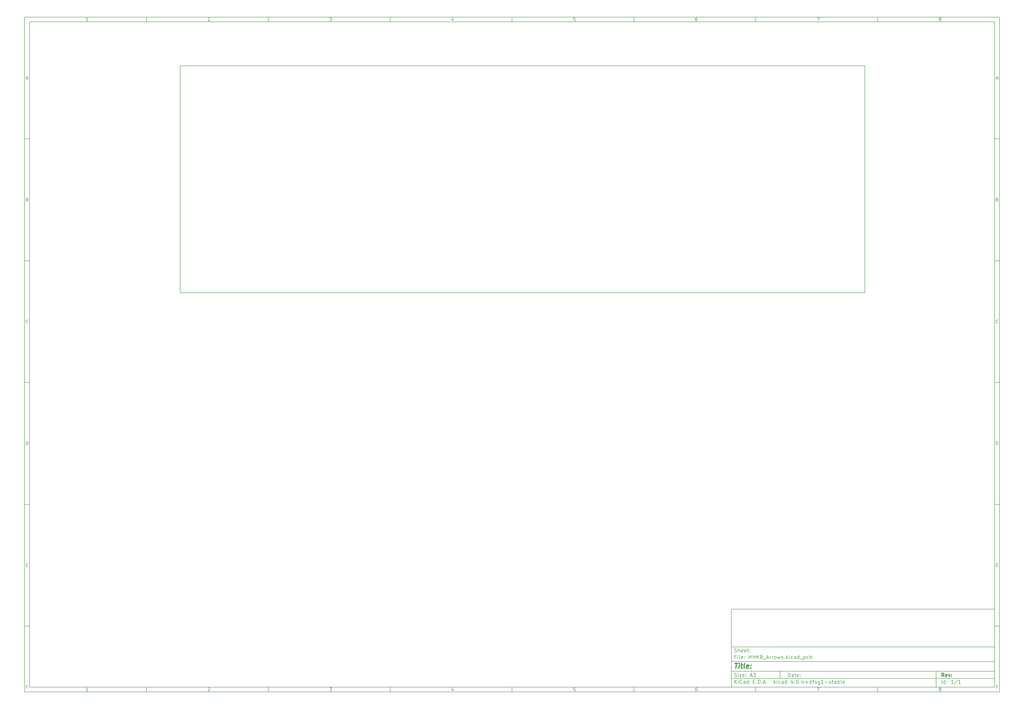
<source format=gbr>
G04 #@! TF.FileFunction,Profile,NP*
%FSLAX46Y46*%
G04 Gerber Fmt 4.6, Leading zero omitted, Abs format (unit mm)*
G04 Created by KiCad (PCBNEW 4.0.4+dfsg1-stable) date Tue Nov  8 21:14:36 2016*
%MOMM*%
%LPD*%
G01*
G04 APERTURE LIST*
%ADD10C,0.100000*%
%ADD11C,0.150000*%
%ADD12C,0.300000*%
%ADD13C,0.400000*%
G04 APERTURE END LIST*
D10*
D11*
X299989000Y-253002200D02*
X299989000Y-285002200D01*
X407989000Y-285002200D01*
X407989000Y-253002200D01*
X299989000Y-253002200D01*
D10*
D11*
X10000000Y-10000000D02*
X10000000Y-287002200D01*
X409989000Y-287002200D01*
X409989000Y-10000000D01*
X10000000Y-10000000D01*
D10*
D11*
X12000000Y-12000000D02*
X12000000Y-285002200D01*
X407989000Y-285002200D01*
X407989000Y-12000000D01*
X12000000Y-12000000D01*
D10*
D11*
X60000000Y-12000000D02*
X60000000Y-10000000D01*
D10*
D11*
X110000000Y-12000000D02*
X110000000Y-10000000D01*
D10*
D11*
X160000000Y-12000000D02*
X160000000Y-10000000D01*
D10*
D11*
X210000000Y-12000000D02*
X210000000Y-10000000D01*
D10*
D11*
X260000000Y-12000000D02*
X260000000Y-10000000D01*
D10*
D11*
X310000000Y-12000000D02*
X310000000Y-10000000D01*
D10*
D11*
X360000000Y-12000000D02*
X360000000Y-10000000D01*
D10*
D11*
X35990476Y-11588095D02*
X35247619Y-11588095D01*
X35619048Y-11588095D02*
X35619048Y-10288095D01*
X35495238Y-10473810D01*
X35371429Y-10597619D01*
X35247619Y-10659524D01*
D10*
D11*
X85247619Y-10411905D02*
X85309524Y-10350000D01*
X85433333Y-10288095D01*
X85742857Y-10288095D01*
X85866667Y-10350000D01*
X85928571Y-10411905D01*
X85990476Y-10535714D01*
X85990476Y-10659524D01*
X85928571Y-10845238D01*
X85185714Y-11588095D01*
X85990476Y-11588095D01*
D10*
D11*
X135185714Y-10288095D02*
X135990476Y-10288095D01*
X135557143Y-10783333D01*
X135742857Y-10783333D01*
X135866667Y-10845238D01*
X135928571Y-10907143D01*
X135990476Y-11030952D01*
X135990476Y-11340476D01*
X135928571Y-11464286D01*
X135866667Y-11526190D01*
X135742857Y-11588095D01*
X135371429Y-11588095D01*
X135247619Y-11526190D01*
X135185714Y-11464286D01*
D10*
D11*
X185866667Y-10721429D02*
X185866667Y-11588095D01*
X185557143Y-10226190D02*
X185247619Y-11154762D01*
X186052381Y-11154762D01*
D10*
D11*
X235928571Y-10288095D02*
X235309524Y-10288095D01*
X235247619Y-10907143D01*
X235309524Y-10845238D01*
X235433333Y-10783333D01*
X235742857Y-10783333D01*
X235866667Y-10845238D01*
X235928571Y-10907143D01*
X235990476Y-11030952D01*
X235990476Y-11340476D01*
X235928571Y-11464286D01*
X235866667Y-11526190D01*
X235742857Y-11588095D01*
X235433333Y-11588095D01*
X235309524Y-11526190D01*
X235247619Y-11464286D01*
D10*
D11*
X285866667Y-10288095D02*
X285619048Y-10288095D01*
X285495238Y-10350000D01*
X285433333Y-10411905D01*
X285309524Y-10597619D01*
X285247619Y-10845238D01*
X285247619Y-11340476D01*
X285309524Y-11464286D01*
X285371429Y-11526190D01*
X285495238Y-11588095D01*
X285742857Y-11588095D01*
X285866667Y-11526190D01*
X285928571Y-11464286D01*
X285990476Y-11340476D01*
X285990476Y-11030952D01*
X285928571Y-10907143D01*
X285866667Y-10845238D01*
X285742857Y-10783333D01*
X285495238Y-10783333D01*
X285371429Y-10845238D01*
X285309524Y-10907143D01*
X285247619Y-11030952D01*
D10*
D11*
X335185714Y-10288095D02*
X336052381Y-10288095D01*
X335495238Y-11588095D01*
D10*
D11*
X385495238Y-10845238D02*
X385371429Y-10783333D01*
X385309524Y-10721429D01*
X385247619Y-10597619D01*
X385247619Y-10535714D01*
X385309524Y-10411905D01*
X385371429Y-10350000D01*
X385495238Y-10288095D01*
X385742857Y-10288095D01*
X385866667Y-10350000D01*
X385928571Y-10411905D01*
X385990476Y-10535714D01*
X385990476Y-10597619D01*
X385928571Y-10721429D01*
X385866667Y-10783333D01*
X385742857Y-10845238D01*
X385495238Y-10845238D01*
X385371429Y-10907143D01*
X385309524Y-10969048D01*
X385247619Y-11092857D01*
X385247619Y-11340476D01*
X385309524Y-11464286D01*
X385371429Y-11526190D01*
X385495238Y-11588095D01*
X385742857Y-11588095D01*
X385866667Y-11526190D01*
X385928571Y-11464286D01*
X385990476Y-11340476D01*
X385990476Y-11092857D01*
X385928571Y-10969048D01*
X385866667Y-10907143D01*
X385742857Y-10845238D01*
D10*
D11*
X60000000Y-285002200D02*
X60000000Y-287002200D01*
D10*
D11*
X110000000Y-285002200D02*
X110000000Y-287002200D01*
D10*
D11*
X160000000Y-285002200D02*
X160000000Y-287002200D01*
D10*
D11*
X210000000Y-285002200D02*
X210000000Y-287002200D01*
D10*
D11*
X260000000Y-285002200D02*
X260000000Y-287002200D01*
D10*
D11*
X310000000Y-285002200D02*
X310000000Y-287002200D01*
D10*
D11*
X360000000Y-285002200D02*
X360000000Y-287002200D01*
D10*
D11*
X35990476Y-286590295D02*
X35247619Y-286590295D01*
X35619048Y-286590295D02*
X35619048Y-285290295D01*
X35495238Y-285476010D01*
X35371429Y-285599819D01*
X35247619Y-285661724D01*
D10*
D11*
X85247619Y-285414105D02*
X85309524Y-285352200D01*
X85433333Y-285290295D01*
X85742857Y-285290295D01*
X85866667Y-285352200D01*
X85928571Y-285414105D01*
X85990476Y-285537914D01*
X85990476Y-285661724D01*
X85928571Y-285847438D01*
X85185714Y-286590295D01*
X85990476Y-286590295D01*
D10*
D11*
X135185714Y-285290295D02*
X135990476Y-285290295D01*
X135557143Y-285785533D01*
X135742857Y-285785533D01*
X135866667Y-285847438D01*
X135928571Y-285909343D01*
X135990476Y-286033152D01*
X135990476Y-286342676D01*
X135928571Y-286466486D01*
X135866667Y-286528390D01*
X135742857Y-286590295D01*
X135371429Y-286590295D01*
X135247619Y-286528390D01*
X135185714Y-286466486D01*
D10*
D11*
X185866667Y-285723629D02*
X185866667Y-286590295D01*
X185557143Y-285228390D02*
X185247619Y-286156962D01*
X186052381Y-286156962D01*
D10*
D11*
X235928571Y-285290295D02*
X235309524Y-285290295D01*
X235247619Y-285909343D01*
X235309524Y-285847438D01*
X235433333Y-285785533D01*
X235742857Y-285785533D01*
X235866667Y-285847438D01*
X235928571Y-285909343D01*
X235990476Y-286033152D01*
X235990476Y-286342676D01*
X235928571Y-286466486D01*
X235866667Y-286528390D01*
X235742857Y-286590295D01*
X235433333Y-286590295D01*
X235309524Y-286528390D01*
X235247619Y-286466486D01*
D10*
D11*
X285866667Y-285290295D02*
X285619048Y-285290295D01*
X285495238Y-285352200D01*
X285433333Y-285414105D01*
X285309524Y-285599819D01*
X285247619Y-285847438D01*
X285247619Y-286342676D01*
X285309524Y-286466486D01*
X285371429Y-286528390D01*
X285495238Y-286590295D01*
X285742857Y-286590295D01*
X285866667Y-286528390D01*
X285928571Y-286466486D01*
X285990476Y-286342676D01*
X285990476Y-286033152D01*
X285928571Y-285909343D01*
X285866667Y-285847438D01*
X285742857Y-285785533D01*
X285495238Y-285785533D01*
X285371429Y-285847438D01*
X285309524Y-285909343D01*
X285247619Y-286033152D01*
D10*
D11*
X335185714Y-285290295D02*
X336052381Y-285290295D01*
X335495238Y-286590295D01*
D10*
D11*
X385495238Y-285847438D02*
X385371429Y-285785533D01*
X385309524Y-285723629D01*
X385247619Y-285599819D01*
X385247619Y-285537914D01*
X385309524Y-285414105D01*
X385371429Y-285352200D01*
X385495238Y-285290295D01*
X385742857Y-285290295D01*
X385866667Y-285352200D01*
X385928571Y-285414105D01*
X385990476Y-285537914D01*
X385990476Y-285599819D01*
X385928571Y-285723629D01*
X385866667Y-285785533D01*
X385742857Y-285847438D01*
X385495238Y-285847438D01*
X385371429Y-285909343D01*
X385309524Y-285971248D01*
X385247619Y-286095057D01*
X385247619Y-286342676D01*
X385309524Y-286466486D01*
X385371429Y-286528390D01*
X385495238Y-286590295D01*
X385742857Y-286590295D01*
X385866667Y-286528390D01*
X385928571Y-286466486D01*
X385990476Y-286342676D01*
X385990476Y-286095057D01*
X385928571Y-285971248D01*
X385866667Y-285909343D01*
X385742857Y-285847438D01*
D10*
D11*
X10000000Y-60000000D02*
X12000000Y-60000000D01*
D10*
D11*
X10000000Y-110000000D02*
X12000000Y-110000000D01*
D10*
D11*
X10000000Y-160000000D02*
X12000000Y-160000000D01*
D10*
D11*
X10000000Y-210000000D02*
X12000000Y-210000000D01*
D10*
D11*
X10000000Y-260000000D02*
X12000000Y-260000000D01*
D10*
D11*
X10690476Y-35216667D02*
X11309524Y-35216667D01*
X10566667Y-35588095D02*
X11000000Y-34288095D01*
X11433333Y-35588095D01*
D10*
D11*
X11092857Y-84907143D02*
X11278571Y-84969048D01*
X11340476Y-85030952D01*
X11402381Y-85154762D01*
X11402381Y-85340476D01*
X11340476Y-85464286D01*
X11278571Y-85526190D01*
X11154762Y-85588095D01*
X10659524Y-85588095D01*
X10659524Y-84288095D01*
X11092857Y-84288095D01*
X11216667Y-84350000D01*
X11278571Y-84411905D01*
X11340476Y-84535714D01*
X11340476Y-84659524D01*
X11278571Y-84783333D01*
X11216667Y-84845238D01*
X11092857Y-84907143D01*
X10659524Y-84907143D01*
D10*
D11*
X11402381Y-135464286D02*
X11340476Y-135526190D01*
X11154762Y-135588095D01*
X11030952Y-135588095D01*
X10845238Y-135526190D01*
X10721429Y-135402381D01*
X10659524Y-135278571D01*
X10597619Y-135030952D01*
X10597619Y-134845238D01*
X10659524Y-134597619D01*
X10721429Y-134473810D01*
X10845238Y-134350000D01*
X11030952Y-134288095D01*
X11154762Y-134288095D01*
X11340476Y-134350000D01*
X11402381Y-134411905D01*
D10*
D11*
X10659524Y-185588095D02*
X10659524Y-184288095D01*
X10969048Y-184288095D01*
X11154762Y-184350000D01*
X11278571Y-184473810D01*
X11340476Y-184597619D01*
X11402381Y-184845238D01*
X11402381Y-185030952D01*
X11340476Y-185278571D01*
X11278571Y-185402381D01*
X11154762Y-185526190D01*
X10969048Y-185588095D01*
X10659524Y-185588095D01*
D10*
D11*
X10721429Y-234907143D02*
X11154762Y-234907143D01*
X11340476Y-235588095D02*
X10721429Y-235588095D01*
X10721429Y-234288095D01*
X11340476Y-234288095D01*
D10*
D11*
X11185714Y-284907143D02*
X10752381Y-284907143D01*
X10752381Y-285588095D02*
X10752381Y-284288095D01*
X11371428Y-284288095D01*
D10*
D11*
X409989000Y-60000000D02*
X407989000Y-60000000D01*
D10*
D11*
X409989000Y-110000000D02*
X407989000Y-110000000D01*
D10*
D11*
X409989000Y-160000000D02*
X407989000Y-160000000D01*
D10*
D11*
X409989000Y-210000000D02*
X407989000Y-210000000D01*
D10*
D11*
X409989000Y-260000000D02*
X407989000Y-260000000D01*
D10*
D11*
X408679476Y-35216667D02*
X409298524Y-35216667D01*
X408555667Y-35588095D02*
X408989000Y-34288095D01*
X409422333Y-35588095D01*
D10*
D11*
X409081857Y-84907143D02*
X409267571Y-84969048D01*
X409329476Y-85030952D01*
X409391381Y-85154762D01*
X409391381Y-85340476D01*
X409329476Y-85464286D01*
X409267571Y-85526190D01*
X409143762Y-85588095D01*
X408648524Y-85588095D01*
X408648524Y-84288095D01*
X409081857Y-84288095D01*
X409205667Y-84350000D01*
X409267571Y-84411905D01*
X409329476Y-84535714D01*
X409329476Y-84659524D01*
X409267571Y-84783333D01*
X409205667Y-84845238D01*
X409081857Y-84907143D01*
X408648524Y-84907143D01*
D10*
D11*
X409391381Y-135464286D02*
X409329476Y-135526190D01*
X409143762Y-135588095D01*
X409019952Y-135588095D01*
X408834238Y-135526190D01*
X408710429Y-135402381D01*
X408648524Y-135278571D01*
X408586619Y-135030952D01*
X408586619Y-134845238D01*
X408648524Y-134597619D01*
X408710429Y-134473810D01*
X408834238Y-134350000D01*
X409019952Y-134288095D01*
X409143762Y-134288095D01*
X409329476Y-134350000D01*
X409391381Y-134411905D01*
D10*
D11*
X408648524Y-185588095D02*
X408648524Y-184288095D01*
X408958048Y-184288095D01*
X409143762Y-184350000D01*
X409267571Y-184473810D01*
X409329476Y-184597619D01*
X409391381Y-184845238D01*
X409391381Y-185030952D01*
X409329476Y-185278571D01*
X409267571Y-185402381D01*
X409143762Y-185526190D01*
X408958048Y-185588095D01*
X408648524Y-185588095D01*
D10*
D11*
X408710429Y-234907143D02*
X409143762Y-234907143D01*
X409329476Y-235588095D02*
X408710429Y-235588095D01*
X408710429Y-234288095D01*
X409329476Y-234288095D01*
D10*
D11*
X409174714Y-284907143D02*
X408741381Y-284907143D01*
X408741381Y-285588095D02*
X408741381Y-284288095D01*
X409360428Y-284288095D01*
D10*
D11*
X323346143Y-280780771D02*
X323346143Y-279280771D01*
X323703286Y-279280771D01*
X323917571Y-279352200D01*
X324060429Y-279495057D01*
X324131857Y-279637914D01*
X324203286Y-279923629D01*
X324203286Y-280137914D01*
X324131857Y-280423629D01*
X324060429Y-280566486D01*
X323917571Y-280709343D01*
X323703286Y-280780771D01*
X323346143Y-280780771D01*
X325489000Y-280780771D02*
X325489000Y-279995057D01*
X325417571Y-279852200D01*
X325274714Y-279780771D01*
X324989000Y-279780771D01*
X324846143Y-279852200D01*
X325489000Y-280709343D02*
X325346143Y-280780771D01*
X324989000Y-280780771D01*
X324846143Y-280709343D01*
X324774714Y-280566486D01*
X324774714Y-280423629D01*
X324846143Y-280280771D01*
X324989000Y-280209343D01*
X325346143Y-280209343D01*
X325489000Y-280137914D01*
X325989000Y-279780771D02*
X326560429Y-279780771D01*
X326203286Y-279280771D02*
X326203286Y-280566486D01*
X326274714Y-280709343D01*
X326417572Y-280780771D01*
X326560429Y-280780771D01*
X327631857Y-280709343D02*
X327489000Y-280780771D01*
X327203286Y-280780771D01*
X327060429Y-280709343D01*
X326989000Y-280566486D01*
X326989000Y-279995057D01*
X327060429Y-279852200D01*
X327203286Y-279780771D01*
X327489000Y-279780771D01*
X327631857Y-279852200D01*
X327703286Y-279995057D01*
X327703286Y-280137914D01*
X326989000Y-280280771D01*
X328346143Y-280637914D02*
X328417571Y-280709343D01*
X328346143Y-280780771D01*
X328274714Y-280709343D01*
X328346143Y-280637914D01*
X328346143Y-280780771D01*
X328346143Y-279852200D02*
X328417571Y-279923629D01*
X328346143Y-279995057D01*
X328274714Y-279923629D01*
X328346143Y-279852200D01*
X328346143Y-279995057D01*
D10*
D11*
X299989000Y-281502200D02*
X407989000Y-281502200D01*
D10*
D11*
X301346143Y-283580771D02*
X301346143Y-282080771D01*
X302203286Y-283580771D02*
X301560429Y-282723629D01*
X302203286Y-282080771D02*
X301346143Y-282937914D01*
X302846143Y-283580771D02*
X302846143Y-282580771D01*
X302846143Y-282080771D02*
X302774714Y-282152200D01*
X302846143Y-282223629D01*
X302917571Y-282152200D01*
X302846143Y-282080771D01*
X302846143Y-282223629D01*
X304417572Y-283437914D02*
X304346143Y-283509343D01*
X304131857Y-283580771D01*
X303989000Y-283580771D01*
X303774715Y-283509343D01*
X303631857Y-283366486D01*
X303560429Y-283223629D01*
X303489000Y-282937914D01*
X303489000Y-282723629D01*
X303560429Y-282437914D01*
X303631857Y-282295057D01*
X303774715Y-282152200D01*
X303989000Y-282080771D01*
X304131857Y-282080771D01*
X304346143Y-282152200D01*
X304417572Y-282223629D01*
X305703286Y-283580771D02*
X305703286Y-282795057D01*
X305631857Y-282652200D01*
X305489000Y-282580771D01*
X305203286Y-282580771D01*
X305060429Y-282652200D01*
X305703286Y-283509343D02*
X305560429Y-283580771D01*
X305203286Y-283580771D01*
X305060429Y-283509343D01*
X304989000Y-283366486D01*
X304989000Y-283223629D01*
X305060429Y-283080771D01*
X305203286Y-283009343D01*
X305560429Y-283009343D01*
X305703286Y-282937914D01*
X307060429Y-283580771D02*
X307060429Y-282080771D01*
X307060429Y-283509343D02*
X306917572Y-283580771D01*
X306631858Y-283580771D01*
X306489000Y-283509343D01*
X306417572Y-283437914D01*
X306346143Y-283295057D01*
X306346143Y-282866486D01*
X306417572Y-282723629D01*
X306489000Y-282652200D01*
X306631858Y-282580771D01*
X306917572Y-282580771D01*
X307060429Y-282652200D01*
X308917572Y-282795057D02*
X309417572Y-282795057D01*
X309631858Y-283580771D02*
X308917572Y-283580771D01*
X308917572Y-282080771D01*
X309631858Y-282080771D01*
X310274715Y-283437914D02*
X310346143Y-283509343D01*
X310274715Y-283580771D01*
X310203286Y-283509343D01*
X310274715Y-283437914D01*
X310274715Y-283580771D01*
X310989001Y-283580771D02*
X310989001Y-282080771D01*
X311346144Y-282080771D01*
X311560429Y-282152200D01*
X311703287Y-282295057D01*
X311774715Y-282437914D01*
X311846144Y-282723629D01*
X311846144Y-282937914D01*
X311774715Y-283223629D01*
X311703287Y-283366486D01*
X311560429Y-283509343D01*
X311346144Y-283580771D01*
X310989001Y-283580771D01*
X312489001Y-283437914D02*
X312560429Y-283509343D01*
X312489001Y-283580771D01*
X312417572Y-283509343D01*
X312489001Y-283437914D01*
X312489001Y-283580771D01*
X313131858Y-283152200D02*
X313846144Y-283152200D01*
X312989001Y-283580771D02*
X313489001Y-282080771D01*
X313989001Y-283580771D01*
X314489001Y-283437914D02*
X314560429Y-283509343D01*
X314489001Y-283580771D01*
X314417572Y-283509343D01*
X314489001Y-283437914D01*
X314489001Y-283580771D01*
X317489001Y-283580771D02*
X317489001Y-282080771D01*
X317631858Y-283009343D02*
X318060429Y-283580771D01*
X318060429Y-282580771D02*
X317489001Y-283152200D01*
X318703287Y-283580771D02*
X318703287Y-282580771D01*
X318703287Y-282080771D02*
X318631858Y-282152200D01*
X318703287Y-282223629D01*
X318774715Y-282152200D01*
X318703287Y-282080771D01*
X318703287Y-282223629D01*
X320060430Y-283509343D02*
X319917573Y-283580771D01*
X319631859Y-283580771D01*
X319489001Y-283509343D01*
X319417573Y-283437914D01*
X319346144Y-283295057D01*
X319346144Y-282866486D01*
X319417573Y-282723629D01*
X319489001Y-282652200D01*
X319631859Y-282580771D01*
X319917573Y-282580771D01*
X320060430Y-282652200D01*
X321346144Y-283580771D02*
X321346144Y-282795057D01*
X321274715Y-282652200D01*
X321131858Y-282580771D01*
X320846144Y-282580771D01*
X320703287Y-282652200D01*
X321346144Y-283509343D02*
X321203287Y-283580771D01*
X320846144Y-283580771D01*
X320703287Y-283509343D01*
X320631858Y-283366486D01*
X320631858Y-283223629D01*
X320703287Y-283080771D01*
X320846144Y-283009343D01*
X321203287Y-283009343D01*
X321346144Y-282937914D01*
X322703287Y-283580771D02*
X322703287Y-282080771D01*
X322703287Y-283509343D02*
X322560430Y-283580771D01*
X322274716Y-283580771D01*
X322131858Y-283509343D01*
X322060430Y-283437914D01*
X321989001Y-283295057D01*
X321989001Y-282866486D01*
X322060430Y-282723629D01*
X322131858Y-282652200D01*
X322274716Y-282580771D01*
X322560430Y-282580771D01*
X322703287Y-282652200D01*
X325203287Y-282580771D02*
X325203287Y-283580771D01*
X324846144Y-282009343D02*
X324489001Y-283080771D01*
X325417573Y-283080771D01*
X325989001Y-283437914D02*
X326060429Y-283509343D01*
X325989001Y-283580771D01*
X325917572Y-283509343D01*
X325989001Y-283437914D01*
X325989001Y-283580771D01*
X326989001Y-282080771D02*
X327131858Y-282080771D01*
X327274715Y-282152200D01*
X327346144Y-282223629D01*
X327417573Y-282366486D01*
X327489001Y-282652200D01*
X327489001Y-283009343D01*
X327417573Y-283295057D01*
X327346144Y-283437914D01*
X327274715Y-283509343D01*
X327131858Y-283580771D01*
X326989001Y-283580771D01*
X326846144Y-283509343D01*
X326774715Y-283437914D01*
X326703287Y-283295057D01*
X326631858Y-283009343D01*
X326631858Y-282652200D01*
X326703287Y-282366486D01*
X326774715Y-282223629D01*
X326846144Y-282152200D01*
X326989001Y-282080771D01*
X328131858Y-283437914D02*
X328203286Y-283509343D01*
X328131858Y-283580771D01*
X328060429Y-283509343D01*
X328131858Y-283437914D01*
X328131858Y-283580771D01*
X329489001Y-282580771D02*
X329489001Y-283580771D01*
X329131858Y-282009343D02*
X328774715Y-283080771D01*
X329703287Y-283080771D01*
X330274715Y-283009343D02*
X331417572Y-283009343D01*
X330846143Y-283580771D02*
X330846143Y-282437914D01*
X332774715Y-283580771D02*
X332774715Y-282080771D01*
X332774715Y-283509343D02*
X332631858Y-283580771D01*
X332346144Y-283580771D01*
X332203286Y-283509343D01*
X332131858Y-283437914D01*
X332060429Y-283295057D01*
X332060429Y-282866486D01*
X332131858Y-282723629D01*
X332203286Y-282652200D01*
X332346144Y-282580771D01*
X332631858Y-282580771D01*
X332774715Y-282652200D01*
X333274715Y-282580771D02*
X333846144Y-282580771D01*
X333489001Y-283580771D02*
X333489001Y-282295057D01*
X333560429Y-282152200D01*
X333703287Y-282080771D01*
X333846144Y-282080771D01*
X334274715Y-283509343D02*
X334417572Y-283580771D01*
X334703287Y-283580771D01*
X334846144Y-283509343D01*
X334917572Y-283366486D01*
X334917572Y-283295057D01*
X334846144Y-283152200D01*
X334703287Y-283080771D01*
X334489001Y-283080771D01*
X334346144Y-283009343D01*
X334274715Y-282866486D01*
X334274715Y-282795057D01*
X334346144Y-282652200D01*
X334489001Y-282580771D01*
X334703287Y-282580771D01*
X334846144Y-282652200D01*
X336203287Y-282580771D02*
X336203287Y-283795057D01*
X336131858Y-283937914D01*
X336060430Y-284009343D01*
X335917573Y-284080771D01*
X335703287Y-284080771D01*
X335560430Y-284009343D01*
X336203287Y-283509343D02*
X336060430Y-283580771D01*
X335774716Y-283580771D01*
X335631858Y-283509343D01*
X335560430Y-283437914D01*
X335489001Y-283295057D01*
X335489001Y-282866486D01*
X335560430Y-282723629D01*
X335631858Y-282652200D01*
X335774716Y-282580771D01*
X336060430Y-282580771D01*
X336203287Y-282652200D01*
X337703287Y-283580771D02*
X336846144Y-283580771D01*
X337274716Y-283580771D02*
X337274716Y-282080771D01*
X337131859Y-282295057D01*
X336989001Y-282437914D01*
X336846144Y-282509343D01*
X338346144Y-283009343D02*
X339489001Y-283009343D01*
X340131858Y-283509343D02*
X340274715Y-283580771D01*
X340560430Y-283580771D01*
X340703287Y-283509343D01*
X340774715Y-283366486D01*
X340774715Y-283295057D01*
X340703287Y-283152200D01*
X340560430Y-283080771D01*
X340346144Y-283080771D01*
X340203287Y-283009343D01*
X340131858Y-282866486D01*
X340131858Y-282795057D01*
X340203287Y-282652200D01*
X340346144Y-282580771D01*
X340560430Y-282580771D01*
X340703287Y-282652200D01*
X341203287Y-282580771D02*
X341774716Y-282580771D01*
X341417573Y-282080771D02*
X341417573Y-283366486D01*
X341489001Y-283509343D01*
X341631859Y-283580771D01*
X341774716Y-283580771D01*
X342917573Y-283580771D02*
X342917573Y-282795057D01*
X342846144Y-282652200D01*
X342703287Y-282580771D01*
X342417573Y-282580771D01*
X342274716Y-282652200D01*
X342917573Y-283509343D02*
X342774716Y-283580771D01*
X342417573Y-283580771D01*
X342274716Y-283509343D01*
X342203287Y-283366486D01*
X342203287Y-283223629D01*
X342274716Y-283080771D01*
X342417573Y-283009343D01*
X342774716Y-283009343D01*
X342917573Y-282937914D01*
X343631859Y-283580771D02*
X343631859Y-282080771D01*
X343631859Y-282652200D02*
X343774716Y-282580771D01*
X344060430Y-282580771D01*
X344203287Y-282652200D01*
X344274716Y-282723629D01*
X344346145Y-282866486D01*
X344346145Y-283295057D01*
X344274716Y-283437914D01*
X344203287Y-283509343D01*
X344060430Y-283580771D01*
X343774716Y-283580771D01*
X343631859Y-283509343D01*
X345203288Y-283580771D02*
X345060430Y-283509343D01*
X344989002Y-283366486D01*
X344989002Y-282080771D01*
X346346144Y-283509343D02*
X346203287Y-283580771D01*
X345917573Y-283580771D01*
X345774716Y-283509343D01*
X345703287Y-283366486D01*
X345703287Y-282795057D01*
X345774716Y-282652200D01*
X345917573Y-282580771D01*
X346203287Y-282580771D01*
X346346144Y-282652200D01*
X346417573Y-282795057D01*
X346417573Y-282937914D01*
X345703287Y-283080771D01*
D10*
D11*
X299989000Y-278502200D02*
X407989000Y-278502200D01*
D10*
D12*
X387203286Y-280780771D02*
X386703286Y-280066486D01*
X386346143Y-280780771D02*
X386346143Y-279280771D01*
X386917571Y-279280771D01*
X387060429Y-279352200D01*
X387131857Y-279423629D01*
X387203286Y-279566486D01*
X387203286Y-279780771D01*
X387131857Y-279923629D01*
X387060429Y-279995057D01*
X386917571Y-280066486D01*
X386346143Y-280066486D01*
X388417571Y-280709343D02*
X388274714Y-280780771D01*
X387989000Y-280780771D01*
X387846143Y-280709343D01*
X387774714Y-280566486D01*
X387774714Y-279995057D01*
X387846143Y-279852200D01*
X387989000Y-279780771D01*
X388274714Y-279780771D01*
X388417571Y-279852200D01*
X388489000Y-279995057D01*
X388489000Y-280137914D01*
X387774714Y-280280771D01*
X388989000Y-279780771D02*
X389346143Y-280780771D01*
X389703285Y-279780771D01*
X390274714Y-280637914D02*
X390346142Y-280709343D01*
X390274714Y-280780771D01*
X390203285Y-280709343D01*
X390274714Y-280637914D01*
X390274714Y-280780771D01*
X390274714Y-279852200D02*
X390346142Y-279923629D01*
X390274714Y-279995057D01*
X390203285Y-279923629D01*
X390274714Y-279852200D01*
X390274714Y-279995057D01*
D10*
D11*
X301274714Y-280709343D02*
X301489000Y-280780771D01*
X301846143Y-280780771D01*
X301989000Y-280709343D01*
X302060429Y-280637914D01*
X302131857Y-280495057D01*
X302131857Y-280352200D01*
X302060429Y-280209343D01*
X301989000Y-280137914D01*
X301846143Y-280066486D01*
X301560429Y-279995057D01*
X301417571Y-279923629D01*
X301346143Y-279852200D01*
X301274714Y-279709343D01*
X301274714Y-279566486D01*
X301346143Y-279423629D01*
X301417571Y-279352200D01*
X301560429Y-279280771D01*
X301917571Y-279280771D01*
X302131857Y-279352200D01*
X302774714Y-280780771D02*
X302774714Y-279780771D01*
X302774714Y-279280771D02*
X302703285Y-279352200D01*
X302774714Y-279423629D01*
X302846142Y-279352200D01*
X302774714Y-279280771D01*
X302774714Y-279423629D01*
X303346143Y-279780771D02*
X304131857Y-279780771D01*
X303346143Y-280780771D01*
X304131857Y-280780771D01*
X305274714Y-280709343D02*
X305131857Y-280780771D01*
X304846143Y-280780771D01*
X304703286Y-280709343D01*
X304631857Y-280566486D01*
X304631857Y-279995057D01*
X304703286Y-279852200D01*
X304846143Y-279780771D01*
X305131857Y-279780771D01*
X305274714Y-279852200D01*
X305346143Y-279995057D01*
X305346143Y-280137914D01*
X304631857Y-280280771D01*
X305989000Y-280637914D02*
X306060428Y-280709343D01*
X305989000Y-280780771D01*
X305917571Y-280709343D01*
X305989000Y-280637914D01*
X305989000Y-280780771D01*
X305989000Y-279852200D02*
X306060428Y-279923629D01*
X305989000Y-279995057D01*
X305917571Y-279923629D01*
X305989000Y-279852200D01*
X305989000Y-279995057D01*
X307774714Y-280352200D02*
X308489000Y-280352200D01*
X307631857Y-280780771D02*
X308131857Y-279280771D01*
X308631857Y-280780771D01*
X308989000Y-279280771D02*
X309917571Y-279280771D01*
X309417571Y-279852200D01*
X309631857Y-279852200D01*
X309774714Y-279923629D01*
X309846143Y-279995057D01*
X309917571Y-280137914D01*
X309917571Y-280495057D01*
X309846143Y-280637914D01*
X309774714Y-280709343D01*
X309631857Y-280780771D01*
X309203285Y-280780771D01*
X309060428Y-280709343D01*
X308989000Y-280637914D01*
D10*
D11*
X386346143Y-283580771D02*
X386346143Y-282080771D01*
X387703286Y-283580771D02*
X387703286Y-282080771D01*
X387703286Y-283509343D02*
X387560429Y-283580771D01*
X387274715Y-283580771D01*
X387131857Y-283509343D01*
X387060429Y-283437914D01*
X386989000Y-283295057D01*
X386989000Y-282866486D01*
X387060429Y-282723629D01*
X387131857Y-282652200D01*
X387274715Y-282580771D01*
X387560429Y-282580771D01*
X387703286Y-282652200D01*
X388417572Y-283437914D02*
X388489000Y-283509343D01*
X388417572Y-283580771D01*
X388346143Y-283509343D01*
X388417572Y-283437914D01*
X388417572Y-283580771D01*
X388417572Y-282652200D02*
X388489000Y-282723629D01*
X388417572Y-282795057D01*
X388346143Y-282723629D01*
X388417572Y-282652200D01*
X388417572Y-282795057D01*
X391060429Y-283580771D02*
X390203286Y-283580771D01*
X390631858Y-283580771D02*
X390631858Y-282080771D01*
X390489001Y-282295057D01*
X390346143Y-282437914D01*
X390203286Y-282509343D01*
X392774714Y-282009343D02*
X391489000Y-283937914D01*
X394060429Y-283580771D02*
X393203286Y-283580771D01*
X393631858Y-283580771D02*
X393631858Y-282080771D01*
X393489001Y-282295057D01*
X393346143Y-282437914D01*
X393203286Y-282509343D01*
D10*
D11*
X299989000Y-274502200D02*
X407989000Y-274502200D01*
D10*
D13*
X301441381Y-275206962D02*
X302584238Y-275206962D01*
X301762810Y-277206962D02*
X302012810Y-275206962D01*
X303000905Y-277206962D02*
X303167571Y-275873629D01*
X303250905Y-275206962D02*
X303143762Y-275302200D01*
X303227095Y-275397438D01*
X303334239Y-275302200D01*
X303250905Y-275206962D01*
X303227095Y-275397438D01*
X303834238Y-275873629D02*
X304596143Y-275873629D01*
X304203286Y-275206962D02*
X303989000Y-276921248D01*
X304060430Y-277111724D01*
X304239001Y-277206962D01*
X304429477Y-277206962D01*
X305381858Y-277206962D02*
X305203287Y-277111724D01*
X305131857Y-276921248D01*
X305346143Y-275206962D01*
X306917572Y-277111724D02*
X306715191Y-277206962D01*
X306334239Y-277206962D01*
X306155667Y-277111724D01*
X306084238Y-276921248D01*
X306179476Y-276159343D01*
X306298524Y-275968867D01*
X306500905Y-275873629D01*
X306881857Y-275873629D01*
X307060429Y-275968867D01*
X307131857Y-276159343D01*
X307108048Y-276349819D01*
X306131857Y-276540295D01*
X307881857Y-277016486D02*
X307965192Y-277111724D01*
X307858048Y-277206962D01*
X307774715Y-277111724D01*
X307881857Y-277016486D01*
X307858048Y-277206962D01*
X308012810Y-275968867D02*
X308096144Y-276064105D01*
X307989000Y-276159343D01*
X307905667Y-276064105D01*
X308012810Y-275968867D01*
X307989000Y-276159343D01*
D10*
D11*
X301846143Y-272595057D02*
X301346143Y-272595057D01*
X301346143Y-273380771D02*
X301346143Y-271880771D01*
X302060429Y-271880771D01*
X302631857Y-273380771D02*
X302631857Y-272380771D01*
X302631857Y-271880771D02*
X302560428Y-271952200D01*
X302631857Y-272023629D01*
X302703285Y-271952200D01*
X302631857Y-271880771D01*
X302631857Y-272023629D01*
X303560429Y-273380771D02*
X303417571Y-273309343D01*
X303346143Y-273166486D01*
X303346143Y-271880771D01*
X304703285Y-273309343D02*
X304560428Y-273380771D01*
X304274714Y-273380771D01*
X304131857Y-273309343D01*
X304060428Y-273166486D01*
X304060428Y-272595057D01*
X304131857Y-272452200D01*
X304274714Y-272380771D01*
X304560428Y-272380771D01*
X304703285Y-272452200D01*
X304774714Y-272595057D01*
X304774714Y-272737914D01*
X304060428Y-272880771D01*
X305417571Y-273237914D02*
X305488999Y-273309343D01*
X305417571Y-273380771D01*
X305346142Y-273309343D01*
X305417571Y-273237914D01*
X305417571Y-273380771D01*
X305417571Y-272452200D02*
X305488999Y-272523629D01*
X305417571Y-272595057D01*
X305346142Y-272523629D01*
X305417571Y-272452200D01*
X305417571Y-272595057D01*
X307274714Y-273380771D02*
X307274714Y-271880771D01*
X307274714Y-272595057D02*
X308131857Y-272595057D01*
X308131857Y-273380771D02*
X308131857Y-271880771D01*
X308846143Y-273380771D02*
X308846143Y-271880771D01*
X308846143Y-272595057D02*
X309703286Y-272595057D01*
X309703286Y-273380771D02*
X309703286Y-271880771D01*
X310417572Y-273380771D02*
X310417572Y-271880771D01*
X311274715Y-273380771D02*
X310631858Y-272523629D01*
X311274715Y-271880771D02*
X310417572Y-272737914D01*
X312417572Y-272595057D02*
X312631858Y-272666486D01*
X312703286Y-272737914D01*
X312774715Y-272880771D01*
X312774715Y-273095057D01*
X312703286Y-273237914D01*
X312631858Y-273309343D01*
X312489000Y-273380771D01*
X311917572Y-273380771D01*
X311917572Y-271880771D01*
X312417572Y-271880771D01*
X312560429Y-271952200D01*
X312631858Y-272023629D01*
X312703286Y-272166486D01*
X312703286Y-272309343D01*
X312631858Y-272452200D01*
X312560429Y-272523629D01*
X312417572Y-272595057D01*
X311917572Y-272595057D01*
X313060429Y-273523629D02*
X314203286Y-273523629D01*
X314489000Y-272952200D02*
X315203286Y-272952200D01*
X314346143Y-273380771D02*
X314846143Y-271880771D01*
X315346143Y-273380771D01*
X315846143Y-273380771D02*
X315846143Y-272380771D01*
X315846143Y-272666486D02*
X315917571Y-272523629D01*
X315989000Y-272452200D01*
X316131857Y-272380771D01*
X316274714Y-272380771D01*
X316774714Y-273380771D02*
X316774714Y-272380771D01*
X316774714Y-272666486D02*
X316846142Y-272523629D01*
X316917571Y-272452200D01*
X317060428Y-272380771D01*
X317203285Y-272380771D01*
X317917571Y-273380771D02*
X317774713Y-273309343D01*
X317703285Y-273237914D01*
X317631856Y-273095057D01*
X317631856Y-272666486D01*
X317703285Y-272523629D01*
X317774713Y-272452200D01*
X317917571Y-272380771D01*
X318131856Y-272380771D01*
X318274713Y-272452200D01*
X318346142Y-272523629D01*
X318417571Y-272666486D01*
X318417571Y-273095057D01*
X318346142Y-273237914D01*
X318274713Y-273309343D01*
X318131856Y-273380771D01*
X317917571Y-273380771D01*
X318917571Y-272380771D02*
X319203285Y-273380771D01*
X319488999Y-272666486D01*
X319774714Y-273380771D01*
X320060428Y-272380771D01*
X320560428Y-273309343D02*
X320703285Y-273380771D01*
X320989000Y-273380771D01*
X321131857Y-273309343D01*
X321203285Y-273166486D01*
X321203285Y-273095057D01*
X321131857Y-272952200D01*
X320989000Y-272880771D01*
X320774714Y-272880771D01*
X320631857Y-272809343D01*
X320560428Y-272666486D01*
X320560428Y-272595057D01*
X320631857Y-272452200D01*
X320774714Y-272380771D01*
X320989000Y-272380771D01*
X321131857Y-272452200D01*
X321846143Y-273237914D02*
X321917571Y-273309343D01*
X321846143Y-273380771D01*
X321774714Y-273309343D01*
X321846143Y-273237914D01*
X321846143Y-273380771D01*
X322560429Y-273380771D02*
X322560429Y-271880771D01*
X322703286Y-272809343D02*
X323131857Y-273380771D01*
X323131857Y-272380771D02*
X322560429Y-272952200D01*
X323774715Y-273380771D02*
X323774715Y-272380771D01*
X323774715Y-271880771D02*
X323703286Y-271952200D01*
X323774715Y-272023629D01*
X323846143Y-271952200D01*
X323774715Y-271880771D01*
X323774715Y-272023629D01*
X325131858Y-273309343D02*
X324989001Y-273380771D01*
X324703287Y-273380771D01*
X324560429Y-273309343D01*
X324489001Y-273237914D01*
X324417572Y-273095057D01*
X324417572Y-272666486D01*
X324489001Y-272523629D01*
X324560429Y-272452200D01*
X324703287Y-272380771D01*
X324989001Y-272380771D01*
X325131858Y-272452200D01*
X326417572Y-273380771D02*
X326417572Y-272595057D01*
X326346143Y-272452200D01*
X326203286Y-272380771D01*
X325917572Y-272380771D01*
X325774715Y-272452200D01*
X326417572Y-273309343D02*
X326274715Y-273380771D01*
X325917572Y-273380771D01*
X325774715Y-273309343D01*
X325703286Y-273166486D01*
X325703286Y-273023629D01*
X325774715Y-272880771D01*
X325917572Y-272809343D01*
X326274715Y-272809343D01*
X326417572Y-272737914D01*
X327774715Y-273380771D02*
X327774715Y-271880771D01*
X327774715Y-273309343D02*
X327631858Y-273380771D01*
X327346144Y-273380771D01*
X327203286Y-273309343D01*
X327131858Y-273237914D01*
X327060429Y-273095057D01*
X327060429Y-272666486D01*
X327131858Y-272523629D01*
X327203286Y-272452200D01*
X327346144Y-272380771D01*
X327631858Y-272380771D01*
X327774715Y-272452200D01*
X328131858Y-273523629D02*
X329274715Y-273523629D01*
X329631858Y-272380771D02*
X329631858Y-273880771D01*
X329631858Y-272452200D02*
X329774715Y-272380771D01*
X330060429Y-272380771D01*
X330203286Y-272452200D01*
X330274715Y-272523629D01*
X330346144Y-272666486D01*
X330346144Y-273095057D01*
X330274715Y-273237914D01*
X330203286Y-273309343D01*
X330060429Y-273380771D01*
X329774715Y-273380771D01*
X329631858Y-273309343D01*
X331631858Y-273309343D02*
X331489001Y-273380771D01*
X331203287Y-273380771D01*
X331060429Y-273309343D01*
X330989001Y-273237914D01*
X330917572Y-273095057D01*
X330917572Y-272666486D01*
X330989001Y-272523629D01*
X331060429Y-272452200D01*
X331203287Y-272380771D01*
X331489001Y-272380771D01*
X331631858Y-272452200D01*
X332274715Y-273380771D02*
X332274715Y-271880771D01*
X332274715Y-272452200D02*
X332417572Y-272380771D01*
X332703286Y-272380771D01*
X332846143Y-272452200D01*
X332917572Y-272523629D01*
X332989001Y-272666486D01*
X332989001Y-273095057D01*
X332917572Y-273237914D01*
X332846143Y-273309343D01*
X332703286Y-273380771D01*
X332417572Y-273380771D01*
X332274715Y-273309343D01*
D10*
D11*
X299989000Y-268502200D02*
X407989000Y-268502200D01*
D10*
D11*
X301274714Y-270609343D02*
X301489000Y-270680771D01*
X301846143Y-270680771D01*
X301989000Y-270609343D01*
X302060429Y-270537914D01*
X302131857Y-270395057D01*
X302131857Y-270252200D01*
X302060429Y-270109343D01*
X301989000Y-270037914D01*
X301846143Y-269966486D01*
X301560429Y-269895057D01*
X301417571Y-269823629D01*
X301346143Y-269752200D01*
X301274714Y-269609343D01*
X301274714Y-269466486D01*
X301346143Y-269323629D01*
X301417571Y-269252200D01*
X301560429Y-269180771D01*
X301917571Y-269180771D01*
X302131857Y-269252200D01*
X302774714Y-270680771D02*
X302774714Y-269180771D01*
X303417571Y-270680771D02*
X303417571Y-269895057D01*
X303346142Y-269752200D01*
X303203285Y-269680771D01*
X302989000Y-269680771D01*
X302846142Y-269752200D01*
X302774714Y-269823629D01*
X304703285Y-270609343D02*
X304560428Y-270680771D01*
X304274714Y-270680771D01*
X304131857Y-270609343D01*
X304060428Y-270466486D01*
X304060428Y-269895057D01*
X304131857Y-269752200D01*
X304274714Y-269680771D01*
X304560428Y-269680771D01*
X304703285Y-269752200D01*
X304774714Y-269895057D01*
X304774714Y-270037914D01*
X304060428Y-270180771D01*
X305988999Y-270609343D02*
X305846142Y-270680771D01*
X305560428Y-270680771D01*
X305417571Y-270609343D01*
X305346142Y-270466486D01*
X305346142Y-269895057D01*
X305417571Y-269752200D01*
X305560428Y-269680771D01*
X305846142Y-269680771D01*
X305988999Y-269752200D01*
X306060428Y-269895057D01*
X306060428Y-270037914D01*
X305346142Y-270180771D01*
X306488999Y-269680771D02*
X307060428Y-269680771D01*
X306703285Y-269180771D02*
X306703285Y-270466486D01*
X306774713Y-270609343D01*
X306917571Y-270680771D01*
X307060428Y-270680771D01*
X307560428Y-270537914D02*
X307631856Y-270609343D01*
X307560428Y-270680771D01*
X307488999Y-270609343D01*
X307560428Y-270537914D01*
X307560428Y-270680771D01*
X307560428Y-269752200D02*
X307631856Y-269823629D01*
X307560428Y-269895057D01*
X307488999Y-269823629D01*
X307560428Y-269752200D01*
X307560428Y-269895057D01*
D10*
D11*
X319989000Y-278502200D02*
X319989000Y-281502200D01*
D10*
D11*
X383989000Y-278502200D02*
X383989000Y-285002200D01*
X354731250Y-29981250D02*
X354781250Y-29981250D01*
X354731250Y-123106250D02*
X354731250Y-29981250D01*
X73806250Y-123156250D02*
X73931250Y-123156250D01*
X73881250Y-123131250D02*
X354781250Y-123131250D01*
X73818750Y-29981250D02*
X354806250Y-29981250D01*
X73818750Y-29981250D02*
X73818750Y-123131250D01*
M02*

</source>
